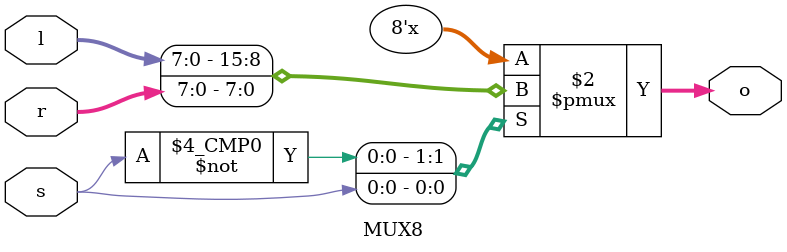
<source format=v>
module MUX8(s,l,r,o);
input signed [7:0] l, r;
input s;
output signed [7:0] o;
reg [7:0] o;
always @ (*)
begin
    case(s)
        1'b0 : o = l;
        1'b1 : o = r;
    endcase
end
endmodule

</source>
